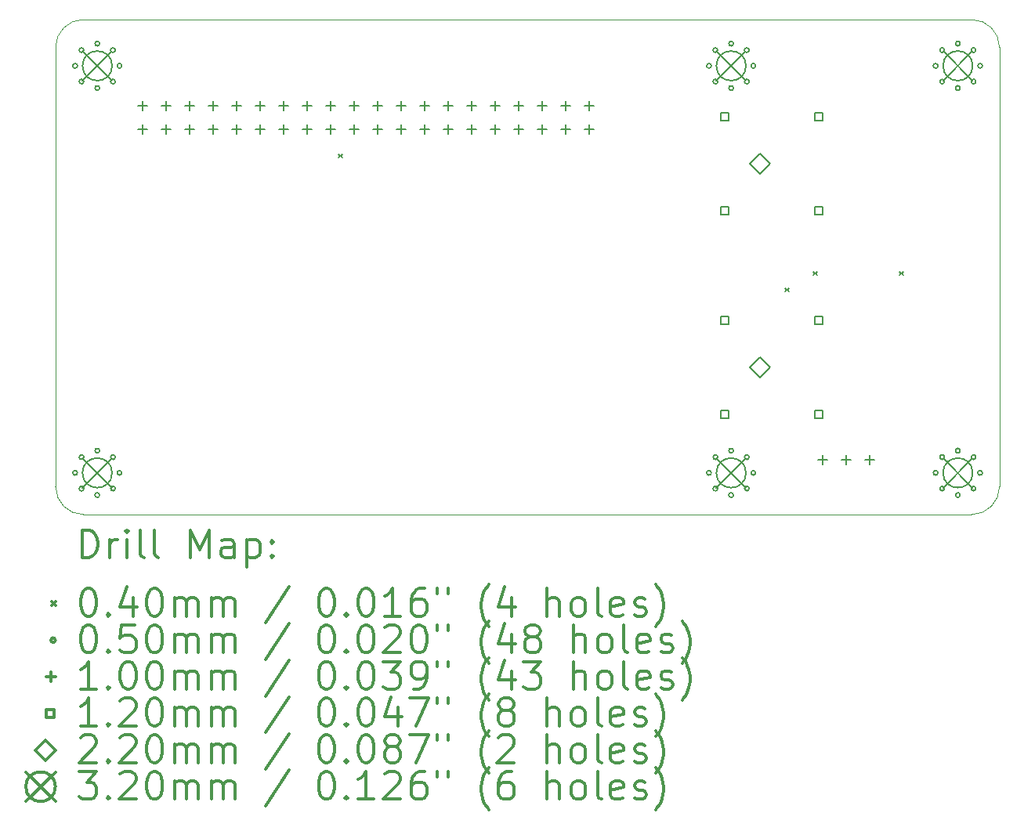
<source format=gbr>
%FSLAX45Y45*%
G04 Gerber Fmt 4.5, Leading zero omitted, Abs format (unit mm)*
G04 Created by KiCad (PCBNEW 5.1.9+dfsg1-1~bpo10+1) date 2022-03-28 22:51:13*
%MOMM*%
%LPD*%
G01*
G04 APERTURE LIST*
%TA.AperFunction,Profile*%
%ADD10C,0.050000*%
%TD*%
%ADD11C,0.200000*%
%ADD12C,0.300000*%
G04 APERTURE END LIST*
D10*
X18093000Y-5888000D02*
X18093000Y-10638000D01*
X7893000Y-5888000D02*
X7893000Y-10588000D01*
X18093000Y-10638000D02*
G75*
G02*
X17793000Y-10938000I-300000J0D01*
G01*
X17793000Y-5588000D02*
G75*
G02*
X18093000Y-5888000I0J-300000D01*
G01*
X7893000Y-5888000D02*
G75*
G02*
X8193000Y-5588000I300000J0D01*
G01*
X8193000Y-10938000D02*
G75*
G02*
X7893000Y-10638000I0J300000D01*
G01*
X8193000Y-10938000D02*
X17793000Y-10938000D01*
X7893000Y-10588000D02*
X7893000Y-10638000D01*
X8193000Y-5588000D02*
X17793000Y-5588000D01*
D11*
X10952800Y-7041200D02*
X10992800Y-7081200D01*
X10992800Y-7041200D02*
X10952800Y-7081200D01*
X15778800Y-8489000D02*
X15818800Y-8529000D01*
X15818800Y-8489000D02*
X15778800Y-8529000D01*
X16083600Y-8311200D02*
X16123600Y-8351200D01*
X16123600Y-8311200D02*
X16083600Y-8351200D01*
X17010700Y-8311200D02*
X17050700Y-8351200D01*
X17050700Y-8311200D02*
X17010700Y-8351200D01*
X8128000Y-6088000D02*
G75*
G03*
X8128000Y-6088000I-25000J0D01*
G01*
X8128000Y-10488000D02*
G75*
G03*
X8128000Y-10488000I-25000J0D01*
G01*
X8198294Y-5918294D02*
G75*
G03*
X8198294Y-5918294I-25000J0D01*
G01*
X8198294Y-6257706D02*
G75*
G03*
X8198294Y-6257706I-25000J0D01*
G01*
X8198294Y-10318294D02*
G75*
G03*
X8198294Y-10318294I-25000J0D01*
G01*
X8198294Y-10657706D02*
G75*
G03*
X8198294Y-10657706I-25000J0D01*
G01*
X8368000Y-5848000D02*
G75*
G03*
X8368000Y-5848000I-25000J0D01*
G01*
X8368000Y-6328000D02*
G75*
G03*
X8368000Y-6328000I-25000J0D01*
G01*
X8368000Y-10248000D02*
G75*
G03*
X8368000Y-10248000I-25000J0D01*
G01*
X8368000Y-10728000D02*
G75*
G03*
X8368000Y-10728000I-25000J0D01*
G01*
X8537706Y-5918294D02*
G75*
G03*
X8537706Y-5918294I-25000J0D01*
G01*
X8537706Y-6257706D02*
G75*
G03*
X8537706Y-6257706I-25000J0D01*
G01*
X8537706Y-10318294D02*
G75*
G03*
X8537706Y-10318294I-25000J0D01*
G01*
X8537706Y-10657706D02*
G75*
G03*
X8537706Y-10657706I-25000J0D01*
G01*
X8608000Y-6088000D02*
G75*
G03*
X8608000Y-6088000I-25000J0D01*
G01*
X8608000Y-10488000D02*
G75*
G03*
X8608000Y-10488000I-25000J0D01*
G01*
X14978000Y-6088000D02*
G75*
G03*
X14978000Y-6088000I-25000J0D01*
G01*
X14978000Y-10488000D02*
G75*
G03*
X14978000Y-10488000I-25000J0D01*
G01*
X15048294Y-5918294D02*
G75*
G03*
X15048294Y-5918294I-25000J0D01*
G01*
X15048294Y-6257706D02*
G75*
G03*
X15048294Y-6257706I-25000J0D01*
G01*
X15048294Y-10318294D02*
G75*
G03*
X15048294Y-10318294I-25000J0D01*
G01*
X15048294Y-10657706D02*
G75*
G03*
X15048294Y-10657706I-25000J0D01*
G01*
X15218000Y-5848000D02*
G75*
G03*
X15218000Y-5848000I-25000J0D01*
G01*
X15218000Y-6328000D02*
G75*
G03*
X15218000Y-6328000I-25000J0D01*
G01*
X15218000Y-10248000D02*
G75*
G03*
X15218000Y-10248000I-25000J0D01*
G01*
X15218000Y-10728000D02*
G75*
G03*
X15218000Y-10728000I-25000J0D01*
G01*
X15387706Y-5918294D02*
G75*
G03*
X15387706Y-5918294I-25000J0D01*
G01*
X15387706Y-6257706D02*
G75*
G03*
X15387706Y-6257706I-25000J0D01*
G01*
X15387706Y-10318294D02*
G75*
G03*
X15387706Y-10318294I-25000J0D01*
G01*
X15387706Y-10657706D02*
G75*
G03*
X15387706Y-10657706I-25000J0D01*
G01*
X15458000Y-6088000D02*
G75*
G03*
X15458000Y-6088000I-25000J0D01*
G01*
X15458000Y-10488000D02*
G75*
G03*
X15458000Y-10488000I-25000J0D01*
G01*
X17428000Y-6088000D02*
G75*
G03*
X17428000Y-6088000I-25000J0D01*
G01*
X17428000Y-10488000D02*
G75*
G03*
X17428000Y-10488000I-25000J0D01*
G01*
X17498294Y-5918294D02*
G75*
G03*
X17498294Y-5918294I-25000J0D01*
G01*
X17498294Y-6257706D02*
G75*
G03*
X17498294Y-6257706I-25000J0D01*
G01*
X17498294Y-10318294D02*
G75*
G03*
X17498294Y-10318294I-25000J0D01*
G01*
X17498294Y-10657706D02*
G75*
G03*
X17498294Y-10657706I-25000J0D01*
G01*
X17668000Y-5848000D02*
G75*
G03*
X17668000Y-5848000I-25000J0D01*
G01*
X17668000Y-6328000D02*
G75*
G03*
X17668000Y-6328000I-25000J0D01*
G01*
X17668000Y-10248000D02*
G75*
G03*
X17668000Y-10248000I-25000J0D01*
G01*
X17668000Y-10728000D02*
G75*
G03*
X17668000Y-10728000I-25000J0D01*
G01*
X17837706Y-5918294D02*
G75*
G03*
X17837706Y-5918294I-25000J0D01*
G01*
X17837706Y-6257706D02*
G75*
G03*
X17837706Y-6257706I-25000J0D01*
G01*
X17837706Y-10318294D02*
G75*
G03*
X17837706Y-10318294I-25000J0D01*
G01*
X17837706Y-10657706D02*
G75*
G03*
X17837706Y-10657706I-25000J0D01*
G01*
X17908000Y-6088000D02*
G75*
G03*
X17908000Y-6088000I-25000J0D01*
G01*
X17908000Y-10488000D02*
G75*
G03*
X17908000Y-10488000I-25000J0D01*
G01*
X8833000Y-6471500D02*
X8833000Y-6571500D01*
X8783000Y-6521500D02*
X8883000Y-6521500D01*
X8833000Y-6725500D02*
X8833000Y-6825500D01*
X8783000Y-6775500D02*
X8883000Y-6775500D01*
X9087000Y-6471500D02*
X9087000Y-6571500D01*
X9037000Y-6521500D02*
X9137000Y-6521500D01*
X9087000Y-6725500D02*
X9087000Y-6825500D01*
X9037000Y-6775500D02*
X9137000Y-6775500D01*
X9341000Y-6471500D02*
X9341000Y-6571500D01*
X9291000Y-6521500D02*
X9391000Y-6521500D01*
X9341000Y-6725500D02*
X9341000Y-6825500D01*
X9291000Y-6775500D02*
X9391000Y-6775500D01*
X9595000Y-6471500D02*
X9595000Y-6571500D01*
X9545000Y-6521500D02*
X9645000Y-6521500D01*
X9595000Y-6725500D02*
X9595000Y-6825500D01*
X9545000Y-6775500D02*
X9645000Y-6775500D01*
X9849000Y-6471500D02*
X9849000Y-6571500D01*
X9799000Y-6521500D02*
X9899000Y-6521500D01*
X9849000Y-6725500D02*
X9849000Y-6825500D01*
X9799000Y-6775500D02*
X9899000Y-6775500D01*
X10103000Y-6471500D02*
X10103000Y-6571500D01*
X10053000Y-6521500D02*
X10153000Y-6521500D01*
X10103000Y-6725500D02*
X10103000Y-6825500D01*
X10053000Y-6775500D02*
X10153000Y-6775500D01*
X10357000Y-6471500D02*
X10357000Y-6571500D01*
X10307000Y-6521500D02*
X10407000Y-6521500D01*
X10357000Y-6725500D02*
X10357000Y-6825500D01*
X10307000Y-6775500D02*
X10407000Y-6775500D01*
X10611000Y-6471500D02*
X10611000Y-6571500D01*
X10561000Y-6521500D02*
X10661000Y-6521500D01*
X10611000Y-6725500D02*
X10611000Y-6825500D01*
X10561000Y-6775500D02*
X10661000Y-6775500D01*
X10865000Y-6471500D02*
X10865000Y-6571500D01*
X10815000Y-6521500D02*
X10915000Y-6521500D01*
X10865000Y-6725500D02*
X10865000Y-6825500D01*
X10815000Y-6775500D02*
X10915000Y-6775500D01*
X11119000Y-6471500D02*
X11119000Y-6571500D01*
X11069000Y-6521500D02*
X11169000Y-6521500D01*
X11119000Y-6725500D02*
X11119000Y-6825500D01*
X11069000Y-6775500D02*
X11169000Y-6775500D01*
X11373000Y-6471500D02*
X11373000Y-6571500D01*
X11323000Y-6521500D02*
X11423000Y-6521500D01*
X11373000Y-6725500D02*
X11373000Y-6825500D01*
X11323000Y-6775500D02*
X11423000Y-6775500D01*
X11627000Y-6471500D02*
X11627000Y-6571500D01*
X11577000Y-6521500D02*
X11677000Y-6521500D01*
X11627000Y-6725500D02*
X11627000Y-6825500D01*
X11577000Y-6775500D02*
X11677000Y-6775500D01*
X11881000Y-6471500D02*
X11881000Y-6571500D01*
X11831000Y-6521500D02*
X11931000Y-6521500D01*
X11881000Y-6725500D02*
X11881000Y-6825500D01*
X11831000Y-6775500D02*
X11931000Y-6775500D01*
X12135000Y-6471500D02*
X12135000Y-6571500D01*
X12085000Y-6521500D02*
X12185000Y-6521500D01*
X12135000Y-6725500D02*
X12135000Y-6825500D01*
X12085000Y-6775500D02*
X12185000Y-6775500D01*
X12389000Y-6471500D02*
X12389000Y-6571500D01*
X12339000Y-6521500D02*
X12439000Y-6521500D01*
X12389000Y-6725500D02*
X12389000Y-6825500D01*
X12339000Y-6775500D02*
X12439000Y-6775500D01*
X12643000Y-6471500D02*
X12643000Y-6571500D01*
X12593000Y-6521500D02*
X12693000Y-6521500D01*
X12643000Y-6725500D02*
X12643000Y-6825500D01*
X12593000Y-6775500D02*
X12693000Y-6775500D01*
X12897000Y-6471500D02*
X12897000Y-6571500D01*
X12847000Y-6521500D02*
X12947000Y-6521500D01*
X12897000Y-6725500D02*
X12897000Y-6825500D01*
X12847000Y-6775500D02*
X12947000Y-6775500D01*
X13151000Y-6471500D02*
X13151000Y-6571500D01*
X13101000Y-6521500D02*
X13201000Y-6521500D01*
X13151000Y-6725500D02*
X13151000Y-6825500D01*
X13101000Y-6775500D02*
X13201000Y-6775500D01*
X13405000Y-6471500D02*
X13405000Y-6571500D01*
X13355000Y-6521500D02*
X13455000Y-6521500D01*
X13405000Y-6725500D02*
X13405000Y-6825500D01*
X13355000Y-6775500D02*
X13455000Y-6775500D01*
X13659000Y-6471500D02*
X13659000Y-6571500D01*
X13609000Y-6521500D02*
X13709000Y-6521500D01*
X13659000Y-6725500D02*
X13659000Y-6825500D01*
X13609000Y-6775500D02*
X13709000Y-6775500D01*
X16185000Y-10298000D02*
X16185000Y-10398000D01*
X16135000Y-10348000D02*
X16235000Y-10348000D01*
X16439000Y-10298000D02*
X16439000Y-10398000D01*
X16389000Y-10348000D02*
X16489000Y-10348000D01*
X16693000Y-10298000D02*
X16693000Y-10398000D01*
X16643000Y-10348000D02*
X16743000Y-10348000D01*
X15165427Y-6682427D02*
X15165427Y-6597573D01*
X15080573Y-6597573D01*
X15080573Y-6682427D01*
X15165427Y-6682427D01*
X15165427Y-7698427D02*
X15165427Y-7613573D01*
X15080573Y-7613573D01*
X15080573Y-7698427D01*
X15165427Y-7698427D01*
X15165427Y-8882427D02*
X15165427Y-8797573D01*
X15080573Y-8797573D01*
X15080573Y-8882427D01*
X15165427Y-8882427D01*
X15165427Y-9898427D02*
X15165427Y-9813573D01*
X15080573Y-9813573D01*
X15080573Y-9898427D01*
X15165427Y-9898427D01*
X16181427Y-6682427D02*
X16181427Y-6597573D01*
X16096573Y-6597573D01*
X16096573Y-6682427D01*
X16181427Y-6682427D01*
X16181427Y-7698427D02*
X16181427Y-7613573D01*
X16096573Y-7613573D01*
X16096573Y-7698427D01*
X16181427Y-7698427D01*
X16181427Y-8882427D02*
X16181427Y-8797573D01*
X16096573Y-8797573D01*
X16096573Y-8882427D01*
X16181427Y-8882427D01*
X16181427Y-9898427D02*
X16181427Y-9813573D01*
X16096573Y-9813573D01*
X16096573Y-9898427D01*
X16181427Y-9898427D01*
X15503000Y-7258000D02*
X15613000Y-7148000D01*
X15503000Y-7038000D01*
X15393000Y-7148000D01*
X15503000Y-7258000D01*
X15503000Y-9458000D02*
X15613000Y-9348000D01*
X15503000Y-9238000D01*
X15393000Y-9348000D01*
X15503000Y-9458000D01*
X8183000Y-5928000D02*
X8503000Y-6248000D01*
X8503000Y-5928000D02*
X8183000Y-6248000D01*
X8503000Y-6088000D02*
G75*
G03*
X8503000Y-6088000I-160000J0D01*
G01*
X8183000Y-10328000D02*
X8503000Y-10648000D01*
X8503000Y-10328000D02*
X8183000Y-10648000D01*
X8503000Y-10488000D02*
G75*
G03*
X8503000Y-10488000I-160000J0D01*
G01*
X15033000Y-5928000D02*
X15353000Y-6248000D01*
X15353000Y-5928000D02*
X15033000Y-6248000D01*
X15353000Y-6088000D02*
G75*
G03*
X15353000Y-6088000I-160000J0D01*
G01*
X15033000Y-10328000D02*
X15353000Y-10648000D01*
X15353000Y-10328000D02*
X15033000Y-10648000D01*
X15353000Y-10488000D02*
G75*
G03*
X15353000Y-10488000I-160000J0D01*
G01*
X17483000Y-5928000D02*
X17803000Y-6248000D01*
X17803000Y-5928000D02*
X17483000Y-6248000D01*
X17803000Y-6088000D02*
G75*
G03*
X17803000Y-6088000I-160000J0D01*
G01*
X17483000Y-10328000D02*
X17803000Y-10648000D01*
X17803000Y-10328000D02*
X17483000Y-10648000D01*
X17803000Y-10488000D02*
G75*
G03*
X17803000Y-10488000I-160000J0D01*
G01*
D12*
X8176928Y-11406214D02*
X8176928Y-11106214D01*
X8248357Y-11106214D01*
X8291214Y-11120500D01*
X8319786Y-11149072D01*
X8334071Y-11177643D01*
X8348357Y-11234786D01*
X8348357Y-11277643D01*
X8334071Y-11334786D01*
X8319786Y-11363357D01*
X8291214Y-11391929D01*
X8248357Y-11406214D01*
X8176928Y-11406214D01*
X8476928Y-11406214D02*
X8476928Y-11206214D01*
X8476928Y-11263357D02*
X8491214Y-11234786D01*
X8505500Y-11220500D01*
X8534071Y-11206214D01*
X8562643Y-11206214D01*
X8662643Y-11406214D02*
X8662643Y-11206214D01*
X8662643Y-11106214D02*
X8648357Y-11120500D01*
X8662643Y-11134786D01*
X8676928Y-11120500D01*
X8662643Y-11106214D01*
X8662643Y-11134786D01*
X8848357Y-11406214D02*
X8819786Y-11391929D01*
X8805500Y-11363357D01*
X8805500Y-11106214D01*
X9005500Y-11406214D02*
X8976928Y-11391929D01*
X8962643Y-11363357D01*
X8962643Y-11106214D01*
X9348357Y-11406214D02*
X9348357Y-11106214D01*
X9448357Y-11320500D01*
X9548357Y-11106214D01*
X9548357Y-11406214D01*
X9819786Y-11406214D02*
X9819786Y-11249071D01*
X9805500Y-11220500D01*
X9776928Y-11206214D01*
X9719786Y-11206214D01*
X9691214Y-11220500D01*
X9819786Y-11391929D02*
X9791214Y-11406214D01*
X9719786Y-11406214D01*
X9691214Y-11391929D01*
X9676928Y-11363357D01*
X9676928Y-11334786D01*
X9691214Y-11306214D01*
X9719786Y-11291929D01*
X9791214Y-11291929D01*
X9819786Y-11277643D01*
X9962643Y-11206214D02*
X9962643Y-11506214D01*
X9962643Y-11220500D02*
X9991214Y-11206214D01*
X10048357Y-11206214D01*
X10076928Y-11220500D01*
X10091214Y-11234786D01*
X10105500Y-11263357D01*
X10105500Y-11349071D01*
X10091214Y-11377643D01*
X10076928Y-11391929D01*
X10048357Y-11406214D01*
X9991214Y-11406214D01*
X9962643Y-11391929D01*
X10234071Y-11377643D02*
X10248357Y-11391929D01*
X10234071Y-11406214D01*
X10219786Y-11391929D01*
X10234071Y-11377643D01*
X10234071Y-11406214D01*
X10234071Y-11220500D02*
X10248357Y-11234786D01*
X10234071Y-11249071D01*
X10219786Y-11234786D01*
X10234071Y-11220500D01*
X10234071Y-11249071D01*
X7850500Y-11880500D02*
X7890500Y-11920500D01*
X7890500Y-11880500D02*
X7850500Y-11920500D01*
X8234071Y-11736214D02*
X8262643Y-11736214D01*
X8291214Y-11750500D01*
X8305500Y-11764786D01*
X8319786Y-11793357D01*
X8334071Y-11850500D01*
X8334071Y-11921929D01*
X8319786Y-11979071D01*
X8305500Y-12007643D01*
X8291214Y-12021929D01*
X8262643Y-12036214D01*
X8234071Y-12036214D01*
X8205500Y-12021929D01*
X8191214Y-12007643D01*
X8176928Y-11979071D01*
X8162643Y-11921929D01*
X8162643Y-11850500D01*
X8176928Y-11793357D01*
X8191214Y-11764786D01*
X8205500Y-11750500D01*
X8234071Y-11736214D01*
X8462643Y-12007643D02*
X8476928Y-12021929D01*
X8462643Y-12036214D01*
X8448357Y-12021929D01*
X8462643Y-12007643D01*
X8462643Y-12036214D01*
X8734071Y-11836214D02*
X8734071Y-12036214D01*
X8662643Y-11721929D02*
X8591214Y-11936214D01*
X8776928Y-11936214D01*
X8948357Y-11736214D02*
X8976928Y-11736214D01*
X9005500Y-11750500D01*
X9019786Y-11764786D01*
X9034071Y-11793357D01*
X9048357Y-11850500D01*
X9048357Y-11921929D01*
X9034071Y-11979071D01*
X9019786Y-12007643D01*
X9005500Y-12021929D01*
X8976928Y-12036214D01*
X8948357Y-12036214D01*
X8919786Y-12021929D01*
X8905500Y-12007643D01*
X8891214Y-11979071D01*
X8876928Y-11921929D01*
X8876928Y-11850500D01*
X8891214Y-11793357D01*
X8905500Y-11764786D01*
X8919786Y-11750500D01*
X8948357Y-11736214D01*
X9176928Y-12036214D02*
X9176928Y-11836214D01*
X9176928Y-11864786D02*
X9191214Y-11850500D01*
X9219786Y-11836214D01*
X9262643Y-11836214D01*
X9291214Y-11850500D01*
X9305500Y-11879071D01*
X9305500Y-12036214D01*
X9305500Y-11879071D02*
X9319786Y-11850500D01*
X9348357Y-11836214D01*
X9391214Y-11836214D01*
X9419786Y-11850500D01*
X9434071Y-11879071D01*
X9434071Y-12036214D01*
X9576928Y-12036214D02*
X9576928Y-11836214D01*
X9576928Y-11864786D02*
X9591214Y-11850500D01*
X9619786Y-11836214D01*
X9662643Y-11836214D01*
X9691214Y-11850500D01*
X9705500Y-11879071D01*
X9705500Y-12036214D01*
X9705500Y-11879071D02*
X9719786Y-11850500D01*
X9748357Y-11836214D01*
X9791214Y-11836214D01*
X9819786Y-11850500D01*
X9834071Y-11879071D01*
X9834071Y-12036214D01*
X10419786Y-11721929D02*
X10162643Y-12107643D01*
X10805500Y-11736214D02*
X10834071Y-11736214D01*
X10862643Y-11750500D01*
X10876928Y-11764786D01*
X10891214Y-11793357D01*
X10905500Y-11850500D01*
X10905500Y-11921929D01*
X10891214Y-11979071D01*
X10876928Y-12007643D01*
X10862643Y-12021929D01*
X10834071Y-12036214D01*
X10805500Y-12036214D01*
X10776928Y-12021929D01*
X10762643Y-12007643D01*
X10748357Y-11979071D01*
X10734071Y-11921929D01*
X10734071Y-11850500D01*
X10748357Y-11793357D01*
X10762643Y-11764786D01*
X10776928Y-11750500D01*
X10805500Y-11736214D01*
X11034071Y-12007643D02*
X11048357Y-12021929D01*
X11034071Y-12036214D01*
X11019786Y-12021929D01*
X11034071Y-12007643D01*
X11034071Y-12036214D01*
X11234071Y-11736214D02*
X11262643Y-11736214D01*
X11291214Y-11750500D01*
X11305500Y-11764786D01*
X11319786Y-11793357D01*
X11334071Y-11850500D01*
X11334071Y-11921929D01*
X11319786Y-11979071D01*
X11305500Y-12007643D01*
X11291214Y-12021929D01*
X11262643Y-12036214D01*
X11234071Y-12036214D01*
X11205500Y-12021929D01*
X11191214Y-12007643D01*
X11176928Y-11979071D01*
X11162643Y-11921929D01*
X11162643Y-11850500D01*
X11176928Y-11793357D01*
X11191214Y-11764786D01*
X11205500Y-11750500D01*
X11234071Y-11736214D01*
X11619786Y-12036214D02*
X11448357Y-12036214D01*
X11534071Y-12036214D02*
X11534071Y-11736214D01*
X11505500Y-11779071D01*
X11476928Y-11807643D01*
X11448357Y-11821929D01*
X11876928Y-11736214D02*
X11819786Y-11736214D01*
X11791214Y-11750500D01*
X11776928Y-11764786D01*
X11748357Y-11807643D01*
X11734071Y-11864786D01*
X11734071Y-11979071D01*
X11748357Y-12007643D01*
X11762643Y-12021929D01*
X11791214Y-12036214D01*
X11848357Y-12036214D01*
X11876928Y-12021929D01*
X11891214Y-12007643D01*
X11905500Y-11979071D01*
X11905500Y-11907643D01*
X11891214Y-11879071D01*
X11876928Y-11864786D01*
X11848357Y-11850500D01*
X11791214Y-11850500D01*
X11762643Y-11864786D01*
X11748357Y-11879071D01*
X11734071Y-11907643D01*
X12019786Y-11736214D02*
X12019786Y-11793357D01*
X12134071Y-11736214D02*
X12134071Y-11793357D01*
X12576928Y-12150500D02*
X12562643Y-12136214D01*
X12534071Y-12093357D01*
X12519786Y-12064786D01*
X12505500Y-12021929D01*
X12491214Y-11950500D01*
X12491214Y-11893357D01*
X12505500Y-11821929D01*
X12519786Y-11779071D01*
X12534071Y-11750500D01*
X12562643Y-11707643D01*
X12576928Y-11693357D01*
X12819786Y-11836214D02*
X12819786Y-12036214D01*
X12748357Y-11721929D02*
X12676928Y-11936214D01*
X12862643Y-11936214D01*
X13205500Y-12036214D02*
X13205500Y-11736214D01*
X13334071Y-12036214D02*
X13334071Y-11879071D01*
X13319786Y-11850500D01*
X13291214Y-11836214D01*
X13248357Y-11836214D01*
X13219786Y-11850500D01*
X13205500Y-11864786D01*
X13519786Y-12036214D02*
X13491214Y-12021929D01*
X13476928Y-12007643D01*
X13462643Y-11979071D01*
X13462643Y-11893357D01*
X13476928Y-11864786D01*
X13491214Y-11850500D01*
X13519786Y-11836214D01*
X13562643Y-11836214D01*
X13591214Y-11850500D01*
X13605500Y-11864786D01*
X13619786Y-11893357D01*
X13619786Y-11979071D01*
X13605500Y-12007643D01*
X13591214Y-12021929D01*
X13562643Y-12036214D01*
X13519786Y-12036214D01*
X13791214Y-12036214D02*
X13762643Y-12021929D01*
X13748357Y-11993357D01*
X13748357Y-11736214D01*
X14019786Y-12021929D02*
X13991214Y-12036214D01*
X13934071Y-12036214D01*
X13905500Y-12021929D01*
X13891214Y-11993357D01*
X13891214Y-11879071D01*
X13905500Y-11850500D01*
X13934071Y-11836214D01*
X13991214Y-11836214D01*
X14019786Y-11850500D01*
X14034071Y-11879071D01*
X14034071Y-11907643D01*
X13891214Y-11936214D01*
X14148357Y-12021929D02*
X14176928Y-12036214D01*
X14234071Y-12036214D01*
X14262643Y-12021929D01*
X14276928Y-11993357D01*
X14276928Y-11979071D01*
X14262643Y-11950500D01*
X14234071Y-11936214D01*
X14191214Y-11936214D01*
X14162643Y-11921929D01*
X14148357Y-11893357D01*
X14148357Y-11879071D01*
X14162643Y-11850500D01*
X14191214Y-11836214D01*
X14234071Y-11836214D01*
X14262643Y-11850500D01*
X14376928Y-12150500D02*
X14391214Y-12136214D01*
X14419786Y-12093357D01*
X14434071Y-12064786D01*
X14448357Y-12021929D01*
X14462643Y-11950500D01*
X14462643Y-11893357D01*
X14448357Y-11821929D01*
X14434071Y-11779071D01*
X14419786Y-11750500D01*
X14391214Y-11707643D01*
X14376928Y-11693357D01*
X7890500Y-12296500D02*
G75*
G03*
X7890500Y-12296500I-25000J0D01*
G01*
X8234071Y-12132214D02*
X8262643Y-12132214D01*
X8291214Y-12146500D01*
X8305500Y-12160786D01*
X8319786Y-12189357D01*
X8334071Y-12246500D01*
X8334071Y-12317929D01*
X8319786Y-12375071D01*
X8305500Y-12403643D01*
X8291214Y-12417929D01*
X8262643Y-12432214D01*
X8234071Y-12432214D01*
X8205500Y-12417929D01*
X8191214Y-12403643D01*
X8176928Y-12375071D01*
X8162643Y-12317929D01*
X8162643Y-12246500D01*
X8176928Y-12189357D01*
X8191214Y-12160786D01*
X8205500Y-12146500D01*
X8234071Y-12132214D01*
X8462643Y-12403643D02*
X8476928Y-12417929D01*
X8462643Y-12432214D01*
X8448357Y-12417929D01*
X8462643Y-12403643D01*
X8462643Y-12432214D01*
X8748357Y-12132214D02*
X8605500Y-12132214D01*
X8591214Y-12275071D01*
X8605500Y-12260786D01*
X8634071Y-12246500D01*
X8705500Y-12246500D01*
X8734071Y-12260786D01*
X8748357Y-12275071D01*
X8762643Y-12303643D01*
X8762643Y-12375071D01*
X8748357Y-12403643D01*
X8734071Y-12417929D01*
X8705500Y-12432214D01*
X8634071Y-12432214D01*
X8605500Y-12417929D01*
X8591214Y-12403643D01*
X8948357Y-12132214D02*
X8976928Y-12132214D01*
X9005500Y-12146500D01*
X9019786Y-12160786D01*
X9034071Y-12189357D01*
X9048357Y-12246500D01*
X9048357Y-12317929D01*
X9034071Y-12375071D01*
X9019786Y-12403643D01*
X9005500Y-12417929D01*
X8976928Y-12432214D01*
X8948357Y-12432214D01*
X8919786Y-12417929D01*
X8905500Y-12403643D01*
X8891214Y-12375071D01*
X8876928Y-12317929D01*
X8876928Y-12246500D01*
X8891214Y-12189357D01*
X8905500Y-12160786D01*
X8919786Y-12146500D01*
X8948357Y-12132214D01*
X9176928Y-12432214D02*
X9176928Y-12232214D01*
X9176928Y-12260786D02*
X9191214Y-12246500D01*
X9219786Y-12232214D01*
X9262643Y-12232214D01*
X9291214Y-12246500D01*
X9305500Y-12275071D01*
X9305500Y-12432214D01*
X9305500Y-12275071D02*
X9319786Y-12246500D01*
X9348357Y-12232214D01*
X9391214Y-12232214D01*
X9419786Y-12246500D01*
X9434071Y-12275071D01*
X9434071Y-12432214D01*
X9576928Y-12432214D02*
X9576928Y-12232214D01*
X9576928Y-12260786D02*
X9591214Y-12246500D01*
X9619786Y-12232214D01*
X9662643Y-12232214D01*
X9691214Y-12246500D01*
X9705500Y-12275071D01*
X9705500Y-12432214D01*
X9705500Y-12275071D02*
X9719786Y-12246500D01*
X9748357Y-12232214D01*
X9791214Y-12232214D01*
X9819786Y-12246500D01*
X9834071Y-12275071D01*
X9834071Y-12432214D01*
X10419786Y-12117929D02*
X10162643Y-12503643D01*
X10805500Y-12132214D02*
X10834071Y-12132214D01*
X10862643Y-12146500D01*
X10876928Y-12160786D01*
X10891214Y-12189357D01*
X10905500Y-12246500D01*
X10905500Y-12317929D01*
X10891214Y-12375071D01*
X10876928Y-12403643D01*
X10862643Y-12417929D01*
X10834071Y-12432214D01*
X10805500Y-12432214D01*
X10776928Y-12417929D01*
X10762643Y-12403643D01*
X10748357Y-12375071D01*
X10734071Y-12317929D01*
X10734071Y-12246500D01*
X10748357Y-12189357D01*
X10762643Y-12160786D01*
X10776928Y-12146500D01*
X10805500Y-12132214D01*
X11034071Y-12403643D02*
X11048357Y-12417929D01*
X11034071Y-12432214D01*
X11019786Y-12417929D01*
X11034071Y-12403643D01*
X11034071Y-12432214D01*
X11234071Y-12132214D02*
X11262643Y-12132214D01*
X11291214Y-12146500D01*
X11305500Y-12160786D01*
X11319786Y-12189357D01*
X11334071Y-12246500D01*
X11334071Y-12317929D01*
X11319786Y-12375071D01*
X11305500Y-12403643D01*
X11291214Y-12417929D01*
X11262643Y-12432214D01*
X11234071Y-12432214D01*
X11205500Y-12417929D01*
X11191214Y-12403643D01*
X11176928Y-12375071D01*
X11162643Y-12317929D01*
X11162643Y-12246500D01*
X11176928Y-12189357D01*
X11191214Y-12160786D01*
X11205500Y-12146500D01*
X11234071Y-12132214D01*
X11448357Y-12160786D02*
X11462643Y-12146500D01*
X11491214Y-12132214D01*
X11562643Y-12132214D01*
X11591214Y-12146500D01*
X11605500Y-12160786D01*
X11619786Y-12189357D01*
X11619786Y-12217929D01*
X11605500Y-12260786D01*
X11434071Y-12432214D01*
X11619786Y-12432214D01*
X11805500Y-12132214D02*
X11834071Y-12132214D01*
X11862643Y-12146500D01*
X11876928Y-12160786D01*
X11891214Y-12189357D01*
X11905500Y-12246500D01*
X11905500Y-12317929D01*
X11891214Y-12375071D01*
X11876928Y-12403643D01*
X11862643Y-12417929D01*
X11834071Y-12432214D01*
X11805500Y-12432214D01*
X11776928Y-12417929D01*
X11762643Y-12403643D01*
X11748357Y-12375071D01*
X11734071Y-12317929D01*
X11734071Y-12246500D01*
X11748357Y-12189357D01*
X11762643Y-12160786D01*
X11776928Y-12146500D01*
X11805500Y-12132214D01*
X12019786Y-12132214D02*
X12019786Y-12189357D01*
X12134071Y-12132214D02*
X12134071Y-12189357D01*
X12576928Y-12546500D02*
X12562643Y-12532214D01*
X12534071Y-12489357D01*
X12519786Y-12460786D01*
X12505500Y-12417929D01*
X12491214Y-12346500D01*
X12491214Y-12289357D01*
X12505500Y-12217929D01*
X12519786Y-12175071D01*
X12534071Y-12146500D01*
X12562643Y-12103643D01*
X12576928Y-12089357D01*
X12819786Y-12232214D02*
X12819786Y-12432214D01*
X12748357Y-12117929D02*
X12676928Y-12332214D01*
X12862643Y-12332214D01*
X13019786Y-12260786D02*
X12991214Y-12246500D01*
X12976928Y-12232214D01*
X12962643Y-12203643D01*
X12962643Y-12189357D01*
X12976928Y-12160786D01*
X12991214Y-12146500D01*
X13019786Y-12132214D01*
X13076928Y-12132214D01*
X13105500Y-12146500D01*
X13119786Y-12160786D01*
X13134071Y-12189357D01*
X13134071Y-12203643D01*
X13119786Y-12232214D01*
X13105500Y-12246500D01*
X13076928Y-12260786D01*
X13019786Y-12260786D01*
X12991214Y-12275071D01*
X12976928Y-12289357D01*
X12962643Y-12317929D01*
X12962643Y-12375071D01*
X12976928Y-12403643D01*
X12991214Y-12417929D01*
X13019786Y-12432214D01*
X13076928Y-12432214D01*
X13105500Y-12417929D01*
X13119786Y-12403643D01*
X13134071Y-12375071D01*
X13134071Y-12317929D01*
X13119786Y-12289357D01*
X13105500Y-12275071D01*
X13076928Y-12260786D01*
X13491214Y-12432214D02*
X13491214Y-12132214D01*
X13619786Y-12432214D02*
X13619786Y-12275071D01*
X13605500Y-12246500D01*
X13576928Y-12232214D01*
X13534071Y-12232214D01*
X13505500Y-12246500D01*
X13491214Y-12260786D01*
X13805500Y-12432214D02*
X13776928Y-12417929D01*
X13762643Y-12403643D01*
X13748357Y-12375071D01*
X13748357Y-12289357D01*
X13762643Y-12260786D01*
X13776928Y-12246500D01*
X13805500Y-12232214D01*
X13848357Y-12232214D01*
X13876928Y-12246500D01*
X13891214Y-12260786D01*
X13905500Y-12289357D01*
X13905500Y-12375071D01*
X13891214Y-12403643D01*
X13876928Y-12417929D01*
X13848357Y-12432214D01*
X13805500Y-12432214D01*
X14076928Y-12432214D02*
X14048357Y-12417929D01*
X14034071Y-12389357D01*
X14034071Y-12132214D01*
X14305500Y-12417929D02*
X14276928Y-12432214D01*
X14219786Y-12432214D01*
X14191214Y-12417929D01*
X14176928Y-12389357D01*
X14176928Y-12275071D01*
X14191214Y-12246500D01*
X14219786Y-12232214D01*
X14276928Y-12232214D01*
X14305500Y-12246500D01*
X14319786Y-12275071D01*
X14319786Y-12303643D01*
X14176928Y-12332214D01*
X14434071Y-12417929D02*
X14462643Y-12432214D01*
X14519786Y-12432214D01*
X14548357Y-12417929D01*
X14562643Y-12389357D01*
X14562643Y-12375071D01*
X14548357Y-12346500D01*
X14519786Y-12332214D01*
X14476928Y-12332214D01*
X14448357Y-12317929D01*
X14434071Y-12289357D01*
X14434071Y-12275071D01*
X14448357Y-12246500D01*
X14476928Y-12232214D01*
X14519786Y-12232214D01*
X14548357Y-12246500D01*
X14662643Y-12546500D02*
X14676928Y-12532214D01*
X14705500Y-12489357D01*
X14719786Y-12460786D01*
X14734071Y-12417929D01*
X14748357Y-12346500D01*
X14748357Y-12289357D01*
X14734071Y-12217929D01*
X14719786Y-12175071D01*
X14705500Y-12146500D01*
X14676928Y-12103643D01*
X14662643Y-12089357D01*
X7840500Y-12642500D02*
X7840500Y-12742500D01*
X7790500Y-12692500D02*
X7890500Y-12692500D01*
X8334071Y-12828214D02*
X8162643Y-12828214D01*
X8248357Y-12828214D02*
X8248357Y-12528214D01*
X8219786Y-12571071D01*
X8191214Y-12599643D01*
X8162643Y-12613929D01*
X8462643Y-12799643D02*
X8476928Y-12813929D01*
X8462643Y-12828214D01*
X8448357Y-12813929D01*
X8462643Y-12799643D01*
X8462643Y-12828214D01*
X8662643Y-12528214D02*
X8691214Y-12528214D01*
X8719786Y-12542500D01*
X8734071Y-12556786D01*
X8748357Y-12585357D01*
X8762643Y-12642500D01*
X8762643Y-12713929D01*
X8748357Y-12771071D01*
X8734071Y-12799643D01*
X8719786Y-12813929D01*
X8691214Y-12828214D01*
X8662643Y-12828214D01*
X8634071Y-12813929D01*
X8619786Y-12799643D01*
X8605500Y-12771071D01*
X8591214Y-12713929D01*
X8591214Y-12642500D01*
X8605500Y-12585357D01*
X8619786Y-12556786D01*
X8634071Y-12542500D01*
X8662643Y-12528214D01*
X8948357Y-12528214D02*
X8976928Y-12528214D01*
X9005500Y-12542500D01*
X9019786Y-12556786D01*
X9034071Y-12585357D01*
X9048357Y-12642500D01*
X9048357Y-12713929D01*
X9034071Y-12771071D01*
X9019786Y-12799643D01*
X9005500Y-12813929D01*
X8976928Y-12828214D01*
X8948357Y-12828214D01*
X8919786Y-12813929D01*
X8905500Y-12799643D01*
X8891214Y-12771071D01*
X8876928Y-12713929D01*
X8876928Y-12642500D01*
X8891214Y-12585357D01*
X8905500Y-12556786D01*
X8919786Y-12542500D01*
X8948357Y-12528214D01*
X9176928Y-12828214D02*
X9176928Y-12628214D01*
X9176928Y-12656786D02*
X9191214Y-12642500D01*
X9219786Y-12628214D01*
X9262643Y-12628214D01*
X9291214Y-12642500D01*
X9305500Y-12671071D01*
X9305500Y-12828214D01*
X9305500Y-12671071D02*
X9319786Y-12642500D01*
X9348357Y-12628214D01*
X9391214Y-12628214D01*
X9419786Y-12642500D01*
X9434071Y-12671071D01*
X9434071Y-12828214D01*
X9576928Y-12828214D02*
X9576928Y-12628214D01*
X9576928Y-12656786D02*
X9591214Y-12642500D01*
X9619786Y-12628214D01*
X9662643Y-12628214D01*
X9691214Y-12642500D01*
X9705500Y-12671071D01*
X9705500Y-12828214D01*
X9705500Y-12671071D02*
X9719786Y-12642500D01*
X9748357Y-12628214D01*
X9791214Y-12628214D01*
X9819786Y-12642500D01*
X9834071Y-12671071D01*
X9834071Y-12828214D01*
X10419786Y-12513929D02*
X10162643Y-12899643D01*
X10805500Y-12528214D02*
X10834071Y-12528214D01*
X10862643Y-12542500D01*
X10876928Y-12556786D01*
X10891214Y-12585357D01*
X10905500Y-12642500D01*
X10905500Y-12713929D01*
X10891214Y-12771071D01*
X10876928Y-12799643D01*
X10862643Y-12813929D01*
X10834071Y-12828214D01*
X10805500Y-12828214D01*
X10776928Y-12813929D01*
X10762643Y-12799643D01*
X10748357Y-12771071D01*
X10734071Y-12713929D01*
X10734071Y-12642500D01*
X10748357Y-12585357D01*
X10762643Y-12556786D01*
X10776928Y-12542500D01*
X10805500Y-12528214D01*
X11034071Y-12799643D02*
X11048357Y-12813929D01*
X11034071Y-12828214D01*
X11019786Y-12813929D01*
X11034071Y-12799643D01*
X11034071Y-12828214D01*
X11234071Y-12528214D02*
X11262643Y-12528214D01*
X11291214Y-12542500D01*
X11305500Y-12556786D01*
X11319786Y-12585357D01*
X11334071Y-12642500D01*
X11334071Y-12713929D01*
X11319786Y-12771071D01*
X11305500Y-12799643D01*
X11291214Y-12813929D01*
X11262643Y-12828214D01*
X11234071Y-12828214D01*
X11205500Y-12813929D01*
X11191214Y-12799643D01*
X11176928Y-12771071D01*
X11162643Y-12713929D01*
X11162643Y-12642500D01*
X11176928Y-12585357D01*
X11191214Y-12556786D01*
X11205500Y-12542500D01*
X11234071Y-12528214D01*
X11434071Y-12528214D02*
X11619786Y-12528214D01*
X11519786Y-12642500D01*
X11562643Y-12642500D01*
X11591214Y-12656786D01*
X11605500Y-12671071D01*
X11619786Y-12699643D01*
X11619786Y-12771071D01*
X11605500Y-12799643D01*
X11591214Y-12813929D01*
X11562643Y-12828214D01*
X11476928Y-12828214D01*
X11448357Y-12813929D01*
X11434071Y-12799643D01*
X11762643Y-12828214D02*
X11819786Y-12828214D01*
X11848357Y-12813929D01*
X11862643Y-12799643D01*
X11891214Y-12756786D01*
X11905500Y-12699643D01*
X11905500Y-12585357D01*
X11891214Y-12556786D01*
X11876928Y-12542500D01*
X11848357Y-12528214D01*
X11791214Y-12528214D01*
X11762643Y-12542500D01*
X11748357Y-12556786D01*
X11734071Y-12585357D01*
X11734071Y-12656786D01*
X11748357Y-12685357D01*
X11762643Y-12699643D01*
X11791214Y-12713929D01*
X11848357Y-12713929D01*
X11876928Y-12699643D01*
X11891214Y-12685357D01*
X11905500Y-12656786D01*
X12019786Y-12528214D02*
X12019786Y-12585357D01*
X12134071Y-12528214D02*
X12134071Y-12585357D01*
X12576928Y-12942500D02*
X12562643Y-12928214D01*
X12534071Y-12885357D01*
X12519786Y-12856786D01*
X12505500Y-12813929D01*
X12491214Y-12742500D01*
X12491214Y-12685357D01*
X12505500Y-12613929D01*
X12519786Y-12571071D01*
X12534071Y-12542500D01*
X12562643Y-12499643D01*
X12576928Y-12485357D01*
X12819786Y-12628214D02*
X12819786Y-12828214D01*
X12748357Y-12513929D02*
X12676928Y-12728214D01*
X12862643Y-12728214D01*
X12948357Y-12528214D02*
X13134071Y-12528214D01*
X13034071Y-12642500D01*
X13076928Y-12642500D01*
X13105500Y-12656786D01*
X13119786Y-12671071D01*
X13134071Y-12699643D01*
X13134071Y-12771071D01*
X13119786Y-12799643D01*
X13105500Y-12813929D01*
X13076928Y-12828214D01*
X12991214Y-12828214D01*
X12962643Y-12813929D01*
X12948357Y-12799643D01*
X13491214Y-12828214D02*
X13491214Y-12528214D01*
X13619786Y-12828214D02*
X13619786Y-12671071D01*
X13605500Y-12642500D01*
X13576928Y-12628214D01*
X13534071Y-12628214D01*
X13505500Y-12642500D01*
X13491214Y-12656786D01*
X13805500Y-12828214D02*
X13776928Y-12813929D01*
X13762643Y-12799643D01*
X13748357Y-12771071D01*
X13748357Y-12685357D01*
X13762643Y-12656786D01*
X13776928Y-12642500D01*
X13805500Y-12628214D01*
X13848357Y-12628214D01*
X13876928Y-12642500D01*
X13891214Y-12656786D01*
X13905500Y-12685357D01*
X13905500Y-12771071D01*
X13891214Y-12799643D01*
X13876928Y-12813929D01*
X13848357Y-12828214D01*
X13805500Y-12828214D01*
X14076928Y-12828214D02*
X14048357Y-12813929D01*
X14034071Y-12785357D01*
X14034071Y-12528214D01*
X14305500Y-12813929D02*
X14276928Y-12828214D01*
X14219786Y-12828214D01*
X14191214Y-12813929D01*
X14176928Y-12785357D01*
X14176928Y-12671071D01*
X14191214Y-12642500D01*
X14219786Y-12628214D01*
X14276928Y-12628214D01*
X14305500Y-12642500D01*
X14319786Y-12671071D01*
X14319786Y-12699643D01*
X14176928Y-12728214D01*
X14434071Y-12813929D02*
X14462643Y-12828214D01*
X14519786Y-12828214D01*
X14548357Y-12813929D01*
X14562643Y-12785357D01*
X14562643Y-12771071D01*
X14548357Y-12742500D01*
X14519786Y-12728214D01*
X14476928Y-12728214D01*
X14448357Y-12713929D01*
X14434071Y-12685357D01*
X14434071Y-12671071D01*
X14448357Y-12642500D01*
X14476928Y-12628214D01*
X14519786Y-12628214D01*
X14548357Y-12642500D01*
X14662643Y-12942500D02*
X14676928Y-12928214D01*
X14705500Y-12885357D01*
X14719786Y-12856786D01*
X14734071Y-12813929D01*
X14748357Y-12742500D01*
X14748357Y-12685357D01*
X14734071Y-12613929D01*
X14719786Y-12571071D01*
X14705500Y-12542500D01*
X14676928Y-12499643D01*
X14662643Y-12485357D01*
X7872927Y-13130927D02*
X7872927Y-13046073D01*
X7788073Y-13046073D01*
X7788073Y-13130927D01*
X7872927Y-13130927D01*
X8334071Y-13224214D02*
X8162643Y-13224214D01*
X8248357Y-13224214D02*
X8248357Y-12924214D01*
X8219786Y-12967071D01*
X8191214Y-12995643D01*
X8162643Y-13009929D01*
X8462643Y-13195643D02*
X8476928Y-13209929D01*
X8462643Y-13224214D01*
X8448357Y-13209929D01*
X8462643Y-13195643D01*
X8462643Y-13224214D01*
X8591214Y-12952786D02*
X8605500Y-12938500D01*
X8634071Y-12924214D01*
X8705500Y-12924214D01*
X8734071Y-12938500D01*
X8748357Y-12952786D01*
X8762643Y-12981357D01*
X8762643Y-13009929D01*
X8748357Y-13052786D01*
X8576928Y-13224214D01*
X8762643Y-13224214D01*
X8948357Y-12924214D02*
X8976928Y-12924214D01*
X9005500Y-12938500D01*
X9019786Y-12952786D01*
X9034071Y-12981357D01*
X9048357Y-13038500D01*
X9048357Y-13109929D01*
X9034071Y-13167071D01*
X9019786Y-13195643D01*
X9005500Y-13209929D01*
X8976928Y-13224214D01*
X8948357Y-13224214D01*
X8919786Y-13209929D01*
X8905500Y-13195643D01*
X8891214Y-13167071D01*
X8876928Y-13109929D01*
X8876928Y-13038500D01*
X8891214Y-12981357D01*
X8905500Y-12952786D01*
X8919786Y-12938500D01*
X8948357Y-12924214D01*
X9176928Y-13224214D02*
X9176928Y-13024214D01*
X9176928Y-13052786D02*
X9191214Y-13038500D01*
X9219786Y-13024214D01*
X9262643Y-13024214D01*
X9291214Y-13038500D01*
X9305500Y-13067071D01*
X9305500Y-13224214D01*
X9305500Y-13067071D02*
X9319786Y-13038500D01*
X9348357Y-13024214D01*
X9391214Y-13024214D01*
X9419786Y-13038500D01*
X9434071Y-13067071D01*
X9434071Y-13224214D01*
X9576928Y-13224214D02*
X9576928Y-13024214D01*
X9576928Y-13052786D02*
X9591214Y-13038500D01*
X9619786Y-13024214D01*
X9662643Y-13024214D01*
X9691214Y-13038500D01*
X9705500Y-13067071D01*
X9705500Y-13224214D01*
X9705500Y-13067071D02*
X9719786Y-13038500D01*
X9748357Y-13024214D01*
X9791214Y-13024214D01*
X9819786Y-13038500D01*
X9834071Y-13067071D01*
X9834071Y-13224214D01*
X10419786Y-12909929D02*
X10162643Y-13295643D01*
X10805500Y-12924214D02*
X10834071Y-12924214D01*
X10862643Y-12938500D01*
X10876928Y-12952786D01*
X10891214Y-12981357D01*
X10905500Y-13038500D01*
X10905500Y-13109929D01*
X10891214Y-13167071D01*
X10876928Y-13195643D01*
X10862643Y-13209929D01*
X10834071Y-13224214D01*
X10805500Y-13224214D01*
X10776928Y-13209929D01*
X10762643Y-13195643D01*
X10748357Y-13167071D01*
X10734071Y-13109929D01*
X10734071Y-13038500D01*
X10748357Y-12981357D01*
X10762643Y-12952786D01*
X10776928Y-12938500D01*
X10805500Y-12924214D01*
X11034071Y-13195643D02*
X11048357Y-13209929D01*
X11034071Y-13224214D01*
X11019786Y-13209929D01*
X11034071Y-13195643D01*
X11034071Y-13224214D01*
X11234071Y-12924214D02*
X11262643Y-12924214D01*
X11291214Y-12938500D01*
X11305500Y-12952786D01*
X11319786Y-12981357D01*
X11334071Y-13038500D01*
X11334071Y-13109929D01*
X11319786Y-13167071D01*
X11305500Y-13195643D01*
X11291214Y-13209929D01*
X11262643Y-13224214D01*
X11234071Y-13224214D01*
X11205500Y-13209929D01*
X11191214Y-13195643D01*
X11176928Y-13167071D01*
X11162643Y-13109929D01*
X11162643Y-13038500D01*
X11176928Y-12981357D01*
X11191214Y-12952786D01*
X11205500Y-12938500D01*
X11234071Y-12924214D01*
X11591214Y-13024214D02*
X11591214Y-13224214D01*
X11519786Y-12909929D02*
X11448357Y-13124214D01*
X11634071Y-13124214D01*
X11719786Y-12924214D02*
X11919786Y-12924214D01*
X11791214Y-13224214D01*
X12019786Y-12924214D02*
X12019786Y-12981357D01*
X12134071Y-12924214D02*
X12134071Y-12981357D01*
X12576928Y-13338500D02*
X12562643Y-13324214D01*
X12534071Y-13281357D01*
X12519786Y-13252786D01*
X12505500Y-13209929D01*
X12491214Y-13138500D01*
X12491214Y-13081357D01*
X12505500Y-13009929D01*
X12519786Y-12967071D01*
X12534071Y-12938500D01*
X12562643Y-12895643D01*
X12576928Y-12881357D01*
X12734071Y-13052786D02*
X12705500Y-13038500D01*
X12691214Y-13024214D01*
X12676928Y-12995643D01*
X12676928Y-12981357D01*
X12691214Y-12952786D01*
X12705500Y-12938500D01*
X12734071Y-12924214D01*
X12791214Y-12924214D01*
X12819786Y-12938500D01*
X12834071Y-12952786D01*
X12848357Y-12981357D01*
X12848357Y-12995643D01*
X12834071Y-13024214D01*
X12819786Y-13038500D01*
X12791214Y-13052786D01*
X12734071Y-13052786D01*
X12705500Y-13067071D01*
X12691214Y-13081357D01*
X12676928Y-13109929D01*
X12676928Y-13167071D01*
X12691214Y-13195643D01*
X12705500Y-13209929D01*
X12734071Y-13224214D01*
X12791214Y-13224214D01*
X12819786Y-13209929D01*
X12834071Y-13195643D01*
X12848357Y-13167071D01*
X12848357Y-13109929D01*
X12834071Y-13081357D01*
X12819786Y-13067071D01*
X12791214Y-13052786D01*
X13205500Y-13224214D02*
X13205500Y-12924214D01*
X13334071Y-13224214D02*
X13334071Y-13067071D01*
X13319786Y-13038500D01*
X13291214Y-13024214D01*
X13248357Y-13024214D01*
X13219786Y-13038500D01*
X13205500Y-13052786D01*
X13519786Y-13224214D02*
X13491214Y-13209929D01*
X13476928Y-13195643D01*
X13462643Y-13167071D01*
X13462643Y-13081357D01*
X13476928Y-13052786D01*
X13491214Y-13038500D01*
X13519786Y-13024214D01*
X13562643Y-13024214D01*
X13591214Y-13038500D01*
X13605500Y-13052786D01*
X13619786Y-13081357D01*
X13619786Y-13167071D01*
X13605500Y-13195643D01*
X13591214Y-13209929D01*
X13562643Y-13224214D01*
X13519786Y-13224214D01*
X13791214Y-13224214D02*
X13762643Y-13209929D01*
X13748357Y-13181357D01*
X13748357Y-12924214D01*
X14019786Y-13209929D02*
X13991214Y-13224214D01*
X13934071Y-13224214D01*
X13905500Y-13209929D01*
X13891214Y-13181357D01*
X13891214Y-13067071D01*
X13905500Y-13038500D01*
X13934071Y-13024214D01*
X13991214Y-13024214D01*
X14019786Y-13038500D01*
X14034071Y-13067071D01*
X14034071Y-13095643D01*
X13891214Y-13124214D01*
X14148357Y-13209929D02*
X14176928Y-13224214D01*
X14234071Y-13224214D01*
X14262643Y-13209929D01*
X14276928Y-13181357D01*
X14276928Y-13167071D01*
X14262643Y-13138500D01*
X14234071Y-13124214D01*
X14191214Y-13124214D01*
X14162643Y-13109929D01*
X14148357Y-13081357D01*
X14148357Y-13067071D01*
X14162643Y-13038500D01*
X14191214Y-13024214D01*
X14234071Y-13024214D01*
X14262643Y-13038500D01*
X14376928Y-13338500D02*
X14391214Y-13324214D01*
X14419786Y-13281357D01*
X14434071Y-13252786D01*
X14448357Y-13209929D01*
X14462643Y-13138500D01*
X14462643Y-13081357D01*
X14448357Y-13009929D01*
X14434071Y-12967071D01*
X14419786Y-12938500D01*
X14391214Y-12895643D01*
X14376928Y-12881357D01*
X7780500Y-13594500D02*
X7890500Y-13484500D01*
X7780500Y-13374500D01*
X7670500Y-13484500D01*
X7780500Y-13594500D01*
X8162643Y-13348786D02*
X8176928Y-13334500D01*
X8205500Y-13320214D01*
X8276928Y-13320214D01*
X8305500Y-13334500D01*
X8319786Y-13348786D01*
X8334071Y-13377357D01*
X8334071Y-13405929D01*
X8319786Y-13448786D01*
X8148357Y-13620214D01*
X8334071Y-13620214D01*
X8462643Y-13591643D02*
X8476928Y-13605929D01*
X8462643Y-13620214D01*
X8448357Y-13605929D01*
X8462643Y-13591643D01*
X8462643Y-13620214D01*
X8591214Y-13348786D02*
X8605500Y-13334500D01*
X8634071Y-13320214D01*
X8705500Y-13320214D01*
X8734071Y-13334500D01*
X8748357Y-13348786D01*
X8762643Y-13377357D01*
X8762643Y-13405929D01*
X8748357Y-13448786D01*
X8576928Y-13620214D01*
X8762643Y-13620214D01*
X8948357Y-13320214D02*
X8976928Y-13320214D01*
X9005500Y-13334500D01*
X9019786Y-13348786D01*
X9034071Y-13377357D01*
X9048357Y-13434500D01*
X9048357Y-13505929D01*
X9034071Y-13563071D01*
X9019786Y-13591643D01*
X9005500Y-13605929D01*
X8976928Y-13620214D01*
X8948357Y-13620214D01*
X8919786Y-13605929D01*
X8905500Y-13591643D01*
X8891214Y-13563071D01*
X8876928Y-13505929D01*
X8876928Y-13434500D01*
X8891214Y-13377357D01*
X8905500Y-13348786D01*
X8919786Y-13334500D01*
X8948357Y-13320214D01*
X9176928Y-13620214D02*
X9176928Y-13420214D01*
X9176928Y-13448786D02*
X9191214Y-13434500D01*
X9219786Y-13420214D01*
X9262643Y-13420214D01*
X9291214Y-13434500D01*
X9305500Y-13463071D01*
X9305500Y-13620214D01*
X9305500Y-13463071D02*
X9319786Y-13434500D01*
X9348357Y-13420214D01*
X9391214Y-13420214D01*
X9419786Y-13434500D01*
X9434071Y-13463071D01*
X9434071Y-13620214D01*
X9576928Y-13620214D02*
X9576928Y-13420214D01*
X9576928Y-13448786D02*
X9591214Y-13434500D01*
X9619786Y-13420214D01*
X9662643Y-13420214D01*
X9691214Y-13434500D01*
X9705500Y-13463071D01*
X9705500Y-13620214D01*
X9705500Y-13463071D02*
X9719786Y-13434500D01*
X9748357Y-13420214D01*
X9791214Y-13420214D01*
X9819786Y-13434500D01*
X9834071Y-13463071D01*
X9834071Y-13620214D01*
X10419786Y-13305929D02*
X10162643Y-13691643D01*
X10805500Y-13320214D02*
X10834071Y-13320214D01*
X10862643Y-13334500D01*
X10876928Y-13348786D01*
X10891214Y-13377357D01*
X10905500Y-13434500D01*
X10905500Y-13505929D01*
X10891214Y-13563071D01*
X10876928Y-13591643D01*
X10862643Y-13605929D01*
X10834071Y-13620214D01*
X10805500Y-13620214D01*
X10776928Y-13605929D01*
X10762643Y-13591643D01*
X10748357Y-13563071D01*
X10734071Y-13505929D01*
X10734071Y-13434500D01*
X10748357Y-13377357D01*
X10762643Y-13348786D01*
X10776928Y-13334500D01*
X10805500Y-13320214D01*
X11034071Y-13591643D02*
X11048357Y-13605929D01*
X11034071Y-13620214D01*
X11019786Y-13605929D01*
X11034071Y-13591643D01*
X11034071Y-13620214D01*
X11234071Y-13320214D02*
X11262643Y-13320214D01*
X11291214Y-13334500D01*
X11305500Y-13348786D01*
X11319786Y-13377357D01*
X11334071Y-13434500D01*
X11334071Y-13505929D01*
X11319786Y-13563071D01*
X11305500Y-13591643D01*
X11291214Y-13605929D01*
X11262643Y-13620214D01*
X11234071Y-13620214D01*
X11205500Y-13605929D01*
X11191214Y-13591643D01*
X11176928Y-13563071D01*
X11162643Y-13505929D01*
X11162643Y-13434500D01*
X11176928Y-13377357D01*
X11191214Y-13348786D01*
X11205500Y-13334500D01*
X11234071Y-13320214D01*
X11505500Y-13448786D02*
X11476928Y-13434500D01*
X11462643Y-13420214D01*
X11448357Y-13391643D01*
X11448357Y-13377357D01*
X11462643Y-13348786D01*
X11476928Y-13334500D01*
X11505500Y-13320214D01*
X11562643Y-13320214D01*
X11591214Y-13334500D01*
X11605500Y-13348786D01*
X11619786Y-13377357D01*
X11619786Y-13391643D01*
X11605500Y-13420214D01*
X11591214Y-13434500D01*
X11562643Y-13448786D01*
X11505500Y-13448786D01*
X11476928Y-13463071D01*
X11462643Y-13477357D01*
X11448357Y-13505929D01*
X11448357Y-13563071D01*
X11462643Y-13591643D01*
X11476928Y-13605929D01*
X11505500Y-13620214D01*
X11562643Y-13620214D01*
X11591214Y-13605929D01*
X11605500Y-13591643D01*
X11619786Y-13563071D01*
X11619786Y-13505929D01*
X11605500Y-13477357D01*
X11591214Y-13463071D01*
X11562643Y-13448786D01*
X11719786Y-13320214D02*
X11919786Y-13320214D01*
X11791214Y-13620214D01*
X12019786Y-13320214D02*
X12019786Y-13377357D01*
X12134071Y-13320214D02*
X12134071Y-13377357D01*
X12576928Y-13734500D02*
X12562643Y-13720214D01*
X12534071Y-13677357D01*
X12519786Y-13648786D01*
X12505500Y-13605929D01*
X12491214Y-13534500D01*
X12491214Y-13477357D01*
X12505500Y-13405929D01*
X12519786Y-13363071D01*
X12534071Y-13334500D01*
X12562643Y-13291643D01*
X12576928Y-13277357D01*
X12676928Y-13348786D02*
X12691214Y-13334500D01*
X12719786Y-13320214D01*
X12791214Y-13320214D01*
X12819786Y-13334500D01*
X12834071Y-13348786D01*
X12848357Y-13377357D01*
X12848357Y-13405929D01*
X12834071Y-13448786D01*
X12662643Y-13620214D01*
X12848357Y-13620214D01*
X13205500Y-13620214D02*
X13205500Y-13320214D01*
X13334071Y-13620214D02*
X13334071Y-13463071D01*
X13319786Y-13434500D01*
X13291214Y-13420214D01*
X13248357Y-13420214D01*
X13219786Y-13434500D01*
X13205500Y-13448786D01*
X13519786Y-13620214D02*
X13491214Y-13605929D01*
X13476928Y-13591643D01*
X13462643Y-13563071D01*
X13462643Y-13477357D01*
X13476928Y-13448786D01*
X13491214Y-13434500D01*
X13519786Y-13420214D01*
X13562643Y-13420214D01*
X13591214Y-13434500D01*
X13605500Y-13448786D01*
X13619786Y-13477357D01*
X13619786Y-13563071D01*
X13605500Y-13591643D01*
X13591214Y-13605929D01*
X13562643Y-13620214D01*
X13519786Y-13620214D01*
X13791214Y-13620214D02*
X13762643Y-13605929D01*
X13748357Y-13577357D01*
X13748357Y-13320214D01*
X14019786Y-13605929D02*
X13991214Y-13620214D01*
X13934071Y-13620214D01*
X13905500Y-13605929D01*
X13891214Y-13577357D01*
X13891214Y-13463071D01*
X13905500Y-13434500D01*
X13934071Y-13420214D01*
X13991214Y-13420214D01*
X14019786Y-13434500D01*
X14034071Y-13463071D01*
X14034071Y-13491643D01*
X13891214Y-13520214D01*
X14148357Y-13605929D02*
X14176928Y-13620214D01*
X14234071Y-13620214D01*
X14262643Y-13605929D01*
X14276928Y-13577357D01*
X14276928Y-13563071D01*
X14262643Y-13534500D01*
X14234071Y-13520214D01*
X14191214Y-13520214D01*
X14162643Y-13505929D01*
X14148357Y-13477357D01*
X14148357Y-13463071D01*
X14162643Y-13434500D01*
X14191214Y-13420214D01*
X14234071Y-13420214D01*
X14262643Y-13434500D01*
X14376928Y-13734500D02*
X14391214Y-13720214D01*
X14419786Y-13677357D01*
X14434071Y-13648786D01*
X14448357Y-13605929D01*
X14462643Y-13534500D01*
X14462643Y-13477357D01*
X14448357Y-13405929D01*
X14434071Y-13363071D01*
X14419786Y-13334500D01*
X14391214Y-13291643D01*
X14376928Y-13277357D01*
X7570500Y-13720500D02*
X7890500Y-14040500D01*
X7890500Y-13720500D02*
X7570500Y-14040500D01*
X7890500Y-13880500D02*
G75*
G03*
X7890500Y-13880500I-160000J0D01*
G01*
X8148357Y-13716214D02*
X8334071Y-13716214D01*
X8234071Y-13830500D01*
X8276928Y-13830500D01*
X8305500Y-13844786D01*
X8319786Y-13859071D01*
X8334071Y-13887643D01*
X8334071Y-13959071D01*
X8319786Y-13987643D01*
X8305500Y-14001929D01*
X8276928Y-14016214D01*
X8191214Y-14016214D01*
X8162643Y-14001929D01*
X8148357Y-13987643D01*
X8462643Y-13987643D02*
X8476928Y-14001929D01*
X8462643Y-14016214D01*
X8448357Y-14001929D01*
X8462643Y-13987643D01*
X8462643Y-14016214D01*
X8591214Y-13744786D02*
X8605500Y-13730500D01*
X8634071Y-13716214D01*
X8705500Y-13716214D01*
X8734071Y-13730500D01*
X8748357Y-13744786D01*
X8762643Y-13773357D01*
X8762643Y-13801929D01*
X8748357Y-13844786D01*
X8576928Y-14016214D01*
X8762643Y-14016214D01*
X8948357Y-13716214D02*
X8976928Y-13716214D01*
X9005500Y-13730500D01*
X9019786Y-13744786D01*
X9034071Y-13773357D01*
X9048357Y-13830500D01*
X9048357Y-13901929D01*
X9034071Y-13959071D01*
X9019786Y-13987643D01*
X9005500Y-14001929D01*
X8976928Y-14016214D01*
X8948357Y-14016214D01*
X8919786Y-14001929D01*
X8905500Y-13987643D01*
X8891214Y-13959071D01*
X8876928Y-13901929D01*
X8876928Y-13830500D01*
X8891214Y-13773357D01*
X8905500Y-13744786D01*
X8919786Y-13730500D01*
X8948357Y-13716214D01*
X9176928Y-14016214D02*
X9176928Y-13816214D01*
X9176928Y-13844786D02*
X9191214Y-13830500D01*
X9219786Y-13816214D01*
X9262643Y-13816214D01*
X9291214Y-13830500D01*
X9305500Y-13859071D01*
X9305500Y-14016214D01*
X9305500Y-13859071D02*
X9319786Y-13830500D01*
X9348357Y-13816214D01*
X9391214Y-13816214D01*
X9419786Y-13830500D01*
X9434071Y-13859071D01*
X9434071Y-14016214D01*
X9576928Y-14016214D02*
X9576928Y-13816214D01*
X9576928Y-13844786D02*
X9591214Y-13830500D01*
X9619786Y-13816214D01*
X9662643Y-13816214D01*
X9691214Y-13830500D01*
X9705500Y-13859071D01*
X9705500Y-14016214D01*
X9705500Y-13859071D02*
X9719786Y-13830500D01*
X9748357Y-13816214D01*
X9791214Y-13816214D01*
X9819786Y-13830500D01*
X9834071Y-13859071D01*
X9834071Y-14016214D01*
X10419786Y-13701929D02*
X10162643Y-14087643D01*
X10805500Y-13716214D02*
X10834071Y-13716214D01*
X10862643Y-13730500D01*
X10876928Y-13744786D01*
X10891214Y-13773357D01*
X10905500Y-13830500D01*
X10905500Y-13901929D01*
X10891214Y-13959071D01*
X10876928Y-13987643D01*
X10862643Y-14001929D01*
X10834071Y-14016214D01*
X10805500Y-14016214D01*
X10776928Y-14001929D01*
X10762643Y-13987643D01*
X10748357Y-13959071D01*
X10734071Y-13901929D01*
X10734071Y-13830500D01*
X10748357Y-13773357D01*
X10762643Y-13744786D01*
X10776928Y-13730500D01*
X10805500Y-13716214D01*
X11034071Y-13987643D02*
X11048357Y-14001929D01*
X11034071Y-14016214D01*
X11019786Y-14001929D01*
X11034071Y-13987643D01*
X11034071Y-14016214D01*
X11334071Y-14016214D02*
X11162643Y-14016214D01*
X11248357Y-14016214D02*
X11248357Y-13716214D01*
X11219786Y-13759071D01*
X11191214Y-13787643D01*
X11162643Y-13801929D01*
X11448357Y-13744786D02*
X11462643Y-13730500D01*
X11491214Y-13716214D01*
X11562643Y-13716214D01*
X11591214Y-13730500D01*
X11605500Y-13744786D01*
X11619786Y-13773357D01*
X11619786Y-13801929D01*
X11605500Y-13844786D01*
X11434071Y-14016214D01*
X11619786Y-14016214D01*
X11876928Y-13716214D02*
X11819786Y-13716214D01*
X11791214Y-13730500D01*
X11776928Y-13744786D01*
X11748357Y-13787643D01*
X11734071Y-13844786D01*
X11734071Y-13959071D01*
X11748357Y-13987643D01*
X11762643Y-14001929D01*
X11791214Y-14016214D01*
X11848357Y-14016214D01*
X11876928Y-14001929D01*
X11891214Y-13987643D01*
X11905500Y-13959071D01*
X11905500Y-13887643D01*
X11891214Y-13859071D01*
X11876928Y-13844786D01*
X11848357Y-13830500D01*
X11791214Y-13830500D01*
X11762643Y-13844786D01*
X11748357Y-13859071D01*
X11734071Y-13887643D01*
X12019786Y-13716214D02*
X12019786Y-13773357D01*
X12134071Y-13716214D02*
X12134071Y-13773357D01*
X12576928Y-14130500D02*
X12562643Y-14116214D01*
X12534071Y-14073357D01*
X12519786Y-14044786D01*
X12505500Y-14001929D01*
X12491214Y-13930500D01*
X12491214Y-13873357D01*
X12505500Y-13801929D01*
X12519786Y-13759071D01*
X12534071Y-13730500D01*
X12562643Y-13687643D01*
X12576928Y-13673357D01*
X12819786Y-13716214D02*
X12762643Y-13716214D01*
X12734071Y-13730500D01*
X12719786Y-13744786D01*
X12691214Y-13787643D01*
X12676928Y-13844786D01*
X12676928Y-13959071D01*
X12691214Y-13987643D01*
X12705500Y-14001929D01*
X12734071Y-14016214D01*
X12791214Y-14016214D01*
X12819786Y-14001929D01*
X12834071Y-13987643D01*
X12848357Y-13959071D01*
X12848357Y-13887643D01*
X12834071Y-13859071D01*
X12819786Y-13844786D01*
X12791214Y-13830500D01*
X12734071Y-13830500D01*
X12705500Y-13844786D01*
X12691214Y-13859071D01*
X12676928Y-13887643D01*
X13205500Y-14016214D02*
X13205500Y-13716214D01*
X13334071Y-14016214D02*
X13334071Y-13859071D01*
X13319786Y-13830500D01*
X13291214Y-13816214D01*
X13248357Y-13816214D01*
X13219786Y-13830500D01*
X13205500Y-13844786D01*
X13519786Y-14016214D02*
X13491214Y-14001929D01*
X13476928Y-13987643D01*
X13462643Y-13959071D01*
X13462643Y-13873357D01*
X13476928Y-13844786D01*
X13491214Y-13830500D01*
X13519786Y-13816214D01*
X13562643Y-13816214D01*
X13591214Y-13830500D01*
X13605500Y-13844786D01*
X13619786Y-13873357D01*
X13619786Y-13959071D01*
X13605500Y-13987643D01*
X13591214Y-14001929D01*
X13562643Y-14016214D01*
X13519786Y-14016214D01*
X13791214Y-14016214D02*
X13762643Y-14001929D01*
X13748357Y-13973357D01*
X13748357Y-13716214D01*
X14019786Y-14001929D02*
X13991214Y-14016214D01*
X13934071Y-14016214D01*
X13905500Y-14001929D01*
X13891214Y-13973357D01*
X13891214Y-13859071D01*
X13905500Y-13830500D01*
X13934071Y-13816214D01*
X13991214Y-13816214D01*
X14019786Y-13830500D01*
X14034071Y-13859071D01*
X14034071Y-13887643D01*
X13891214Y-13916214D01*
X14148357Y-14001929D02*
X14176928Y-14016214D01*
X14234071Y-14016214D01*
X14262643Y-14001929D01*
X14276928Y-13973357D01*
X14276928Y-13959071D01*
X14262643Y-13930500D01*
X14234071Y-13916214D01*
X14191214Y-13916214D01*
X14162643Y-13901929D01*
X14148357Y-13873357D01*
X14148357Y-13859071D01*
X14162643Y-13830500D01*
X14191214Y-13816214D01*
X14234071Y-13816214D01*
X14262643Y-13830500D01*
X14376928Y-14130500D02*
X14391214Y-14116214D01*
X14419786Y-14073357D01*
X14434071Y-14044786D01*
X14448357Y-14001929D01*
X14462643Y-13930500D01*
X14462643Y-13873357D01*
X14448357Y-13801929D01*
X14434071Y-13759071D01*
X14419786Y-13730500D01*
X14391214Y-13687643D01*
X14376928Y-13673357D01*
M02*

</source>
